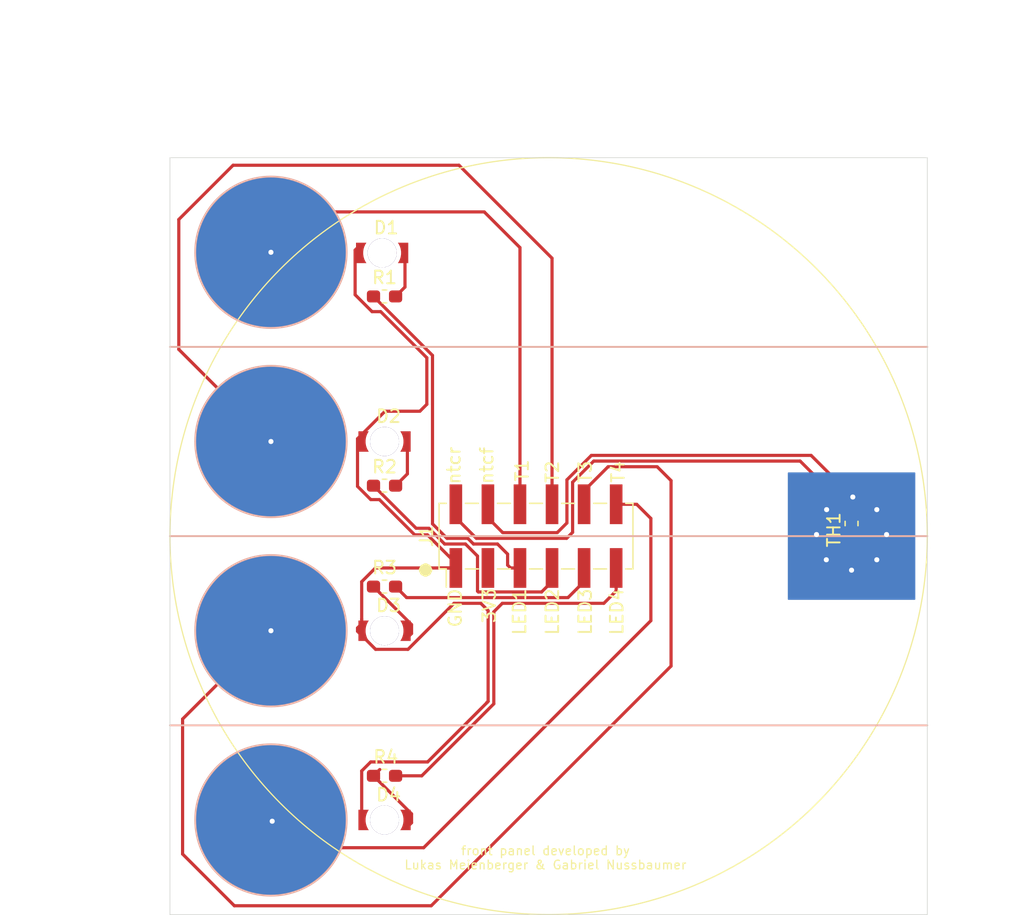
<source format=kicad_pcb>
(kicad_pcb (version 20171130) (host pcbnew "(5.1.4)-1")

  (general
    (thickness 1.6)
    (drawings 43)
    (tracks 165)
    (zones 0)
    (modules 14)
    (nets 17)
  )

  (page A4)
  (layers
    (0 F.Cu signal)
    (31 B.Cu signal)
    (32 B.Adhes user)
    (33 F.Adhes user)
    (34 B.Paste user)
    (35 F.Paste user)
    (36 B.SilkS user)
    (37 F.SilkS user)
    (38 B.Mask user)
    (39 F.Mask user)
    (40 Dwgs.User user)
    (41 Cmts.User user)
    (42 Eco1.User user)
    (43 Eco2.User user)
    (44 Edge.Cuts user)
    (45 Margin user)
    (46 B.CrtYd user)
    (47 F.CrtYd user)
    (48 B.Fab user)
    (49 F.Fab user)
  )

  (setup
    (last_trace_width 0.25)
    (trace_clearance 0.2)
    (zone_clearance 0.508)
    (zone_45_only no)
    (trace_min 0.2)
    (via_size 0.8)
    (via_drill 0.4)
    (via_min_size 0.4)
    (via_min_drill 0.3)
    (uvia_size 0.3)
    (uvia_drill 0.1)
    (uvias_allowed no)
    (uvia_min_size 0.2)
    (uvia_min_drill 0.1)
    (edge_width 0.05)
    (segment_width 0.2)
    (pcb_text_width 0.3)
    (pcb_text_size 1.5 1.5)
    (mod_edge_width 0.12)
    (mod_text_size 1 1)
    (mod_text_width 0.15)
    (pad_size 1.524 1.524)
    (pad_drill 0.762)
    (pad_to_mask_clearance 0.051)
    (solder_mask_min_width 0.25)
    (aux_axis_origin 0 0)
    (visible_elements 7FFFFFFF)
    (pcbplotparams
      (layerselection 0x010fc_ffffffff)
      (usegerberextensions false)
      (usegerberattributes false)
      (usegerberadvancedattributes false)
      (creategerberjobfile false)
      (excludeedgelayer true)
      (linewidth 0.100000)
      (plotframeref false)
      (viasonmask false)
      (mode 1)
      (useauxorigin false)
      (hpglpennumber 1)
      (hpglpenspeed 20)
      (hpglpendiameter 15.000000)
      (psnegative false)
      (psa4output false)
      (plotreference true)
      (plotvalue true)
      (plotinvisibletext false)
      (padsonsilk false)
      (subtractmaskfromsilk true)
      (outputformat 1)
      (mirror false)
      (drillshape 0)
      (scaleselection 1)
      (outputdirectory ""))
  )

  (net 0 "")
  (net 1 "Net-(D1-Pad2)")
  (net 2 GND)
  (net 3 "Net-(D2-Pad2)")
  (net 4 "Net-(D3-Pad2)")
  (net 5 "Net-(D4-Pad2)")
  (net 6 +3V3)
  (net 7 touch4)
  (net 8 LED4)
  (net 9 touch3)
  (net 10 LED3)
  (net 11 touch2)
  (net 12 LED2)
  (net 13 touch1)
  (net 14 LED1)
  (net 15 ntcr)
  (net 16 ntcf)

  (net_class Default "Dies ist die voreingestellte Netzklasse."
    (clearance 0.2)
    (trace_width 0.25)
    (via_dia 0.8)
    (via_drill 0.4)
    (uvia_dia 0.3)
    (uvia_drill 0.1)
    (add_net +3V3)
    (add_net GND)
    (add_net LED1)
    (add_net LED2)
    (add_net LED3)
    (add_net LED4)
    (add_net "Net-(D1-Pad2)")
    (add_net "Net-(D2-Pad2)")
    (add_net "Net-(D3-Pad2)")
    (add_net "Net-(D4-Pad2)")
    (add_net ntcf)
    (add_net ntcr)
    (add_net touch1)
    (add_net touch2)
    (add_net touch3)
    (add_net touch4)
  )

  (module reverse_LED:reverse_mounted_LED_hole_2.3mm (layer F.Cu) (tedit 5E95D0C5) (tstamp 5E972593)
    (at 126.81 52.55)
    (path /5E8764B5)
    (fp_text reference D1 (at 0.32 -2) (layer F.SilkS)
      (effects (font (size 1 1) (thickness 0.15)))
    )
    (fp_text value 156120RS75000 (at 0.01 -3.56) (layer F.Fab)
      (effects (font (size 1 1) (thickness 0.15)))
    )
    (pad 0 thru_hole circle (at 0 0) (size 2.3 2.3) (drill 2.3) (layers *.Cu *.Mask))
    (pad 2 smd custom (at 1.81 0.55) (size 0.5 0.5) (layers F.Cu F.Paste F.Mask)
      (net 1 "Net-(D1-Pad2)") (zone_connect 0)
      (options (clearance outline) (anchor rect))
      (primitives
        (gr_line (start -0.15 -0.8) (end -0.3 -0.95) (width 0.12))
        (gr_line (start -0.15 -0.55) (end -0.3 -0.8) (width 0.05))
        (gr_line (start 0.25 -1.35) (end 0.25 0.25) (width 0.02))
        (gr_poly (pts
           (xy -0.46 -1.23) (xy -0.38 -1.01) (xy -0.32 -0.83) (xy -0.27 -0.73) (xy -0.03 -1.07)
           (xy -0.46 -1.22)) (width 0))
        (gr_line (start -0.45 0.2) (end -0.35 0) (width 0.12))
        (gr_line (start -0.15 -1.3) (end 0.15 -1.3) (width 0.12))
        (gr_line (start -0.2 -0.75) (end -0.25 -0.55) (width 0.12))
        (gr_arc (start -1.7 -0.55) (end -0.55 -1.35) (angle 69.7) (width 0.02))
        (gr_line (start -0.3 -1.05) (end -0.3 -1.2) (width 0.12))
        (gr_line (start -0.4 -1.3) (end -0.3 -1) (width 0.12))
        (gr_line (start -0.25 -0.75) (end -0.25 -0.45) (width 0.12))
        (gr_line (start -0.35 0) (end -0.3 -0.15) (width 0.12))
        (gr_line (start -0.4 -1.2) (end -0.45 -1.3) (width 0.12))
        (gr_line (start -0.3 -1) (end -0.4 -1.25) (width 0.12))
        (gr_line (start -0.4 0.15) (end -0.1 0.1) (width 0.12))
        (gr_line (start -0.3 0) (end -0.45 0.2) (width 0.12))
        (gr_line (start -0.14 0.22) (end -0.51 0.23) (width 0.05))
        (gr_line (start -0.25 -0.45) (end -0.3 0) (width 0.12))
        (gr_line (start -0.3 -1.3) (end -0.1 -1.3) (width 0.12))
        (gr_line (start -0.25 -0.55) (end -0.25 -0.75) (width 0.12))
        (gr_line (start -0.3 -0.95) (end -0.15 -0.55) (width 0.12))
        (gr_line (start -0.51 -1.33) (end -0.45 -1.3) (width 0.05))
        (gr_poly (pts
           (xy 0.25 -1.35) (xy 0.25 0.25) (xy -0.4 0.25) (xy -0.2 -0.85) (xy -0.45 -1.3)
           (xy -0.45 -1.35) (xy -0.45 -1.3)) (width 0))
        (gr_line (start -0.35 0.15) (end -0.4 0.15) (width 0.12))
        (gr_line (start -0.3 -0.05) (end -0.35 0.15) (width 0.12))
        (gr_line (start -0.45 -1.3) (end -0.3 -1.3) (width 0.12))
        (gr_line (start -0.55 -1.35) (end 0.25 -1.35) (width 0.02))
        (gr_line (start -0.1 0.1) (end -0.25 0) (width 0.12))
        (gr_line (start -0.55 0.25) (end 0.25 0.25) (width 0.02))
        (gr_poly (pts
           (xy -0.35 -0.94) (xy -0.31 -0.77) (xy -0.27 -0.47)) (width 0))
        (gr_poly (pts
           (xy -0.5 -1.3) (xy -0.43 -1.14) (xy -0.34 -1.21)) (width 0))
        (gr_poly (pts
           (xy -0.39 -1.03) (xy -0.335 -0.92) (xy -0.305 -0.8) (xy -0.31 -0.78) (xy -0.32 -0.78)
           (xy -0.32 -0.77) (xy -0.31 -0.76)) (width 0))
      ))
    (pad 1 smd custom (at -1.81 -0.55 180) (size 0.5 0.5) (layers F.Cu F.Paste F.Mask)
      (net 2 GND) (zone_connect 0)
      (options (clearance outline) (anchor rect))
      (primitives
        (gr_line (start -0.15 -0.8) (end -0.3 -0.95) (width 0.12))
        (gr_line (start -0.15 -0.55) (end -0.3 -0.8) (width 0.05))
        (gr_line (start 0.25 -1.35) (end 0.25 0.25) (width 0.02))
        (gr_poly (pts
           (xy -0.46 -1.23) (xy -0.38 -1.01) (xy -0.32 -0.83) (xy -0.27 -0.73) (xy -0.03 -1.07)
           (xy -0.46 -1.22)) (width 0))
        (gr_line (start -0.45 0.2) (end -0.35 0) (width 0.12))
        (gr_line (start -0.15 -1.3) (end 0.15 -1.3) (width 0.12))
        (gr_line (start -0.2 -0.75) (end -0.25 -0.55) (width 0.12))
        (gr_arc (start -1.7 -0.55) (end -0.55 -1.35) (angle 69.7) (width 0.02))
        (gr_line (start -0.3 -1.05) (end -0.3 -1.2) (width 0.12))
        (gr_line (start -0.4 -1.3) (end -0.3 -1) (width 0.12))
        (gr_line (start -0.25 -0.75) (end -0.25 -0.45) (width 0.12))
        (gr_line (start -0.35 0) (end -0.3 -0.15) (width 0.12))
        (gr_line (start -0.4 -1.2) (end -0.45 -1.3) (width 0.12))
        (gr_line (start -0.3 -1) (end -0.4 -1.25) (width 0.12))
        (gr_line (start -0.4 0.15) (end -0.1 0.1) (width 0.12))
        (gr_line (start -0.3 0) (end -0.45 0.2) (width 0.12))
        (gr_line (start -0.14 0.22) (end -0.51 0.23) (width 0.05))
        (gr_line (start -0.25 -0.45) (end -0.3 0) (width 0.12))
        (gr_line (start -0.3 -1.3) (end -0.1 -1.3) (width 0.12))
        (gr_line (start -0.25 -0.55) (end -0.25 -0.75) (width 0.12))
        (gr_line (start -0.3 -0.95) (end -0.15 -0.55) (width 0.12))
        (gr_line (start -0.51 -1.33) (end -0.45 -1.3) (width 0.05))
        (gr_poly (pts
           (xy 0.25 -1.35) (xy 0.25 0.25) (xy -0.4 0.25) (xy -0.2 -0.85) (xy -0.45 -1.3)
           (xy -0.45 -1.35) (xy -0.45 -1.3)) (width 0))
        (gr_line (start -0.35 0.15) (end -0.4 0.15) (width 0.12))
        (gr_line (start -0.3 -0.05) (end -0.35 0.15) (width 0.12))
        (gr_line (start -0.45 -1.3) (end -0.3 -1.3) (width 0.12))
        (gr_line (start -0.55 -1.35) (end 0.25 -1.35) (width 0.02))
        (gr_line (start -0.1 0.1) (end -0.25 0) (width 0.12))
        (gr_line (start -0.55 0.25) (end 0.25 0.25) (width 0.02))
        (gr_poly (pts
           (xy -0.35 -0.94) (xy -0.31 -0.77) (xy -0.27 -0.47)) (width 0))
        (gr_poly (pts
           (xy -0.5 -1.3) (xy -0.43 -1.14) (xy -0.34 -1.21)) (width 0))
        (gr_poly (pts
           (xy -0.39 -1.03) (xy -0.335 -0.92) (xy -0.305 -0.8) (xy -0.31 -0.78) (xy -0.32 -0.78)
           (xy -0.32 -0.77) (xy -0.31 -0.76)) (width 0))
      ))
  )

  (module reverse_LED:reverse_mounted_LED_hole_2.3mm (layer F.Cu) (tedit 5E95D0C5) (tstamp 5E97259A)
    (at 127 67.5)
    (path /5E877385)
    (fp_text reference D2 (at 0.32 -2) (layer F.SilkS)
      (effects (font (size 1 1) (thickness 0.15)))
    )
    (fp_text value 156120RS75000 (at 0.01 -3.56) (layer F.Fab)
      (effects (font (size 1 1) (thickness 0.15)))
    )
    (pad 1 smd custom (at -1.81 -0.55 180) (size 0.5 0.5) (layers F.Cu F.Paste F.Mask)
      (net 2 GND) (zone_connect 0)
      (options (clearance outline) (anchor rect))
      (primitives
        (gr_line (start -0.15 -0.8) (end -0.3 -0.95) (width 0.12))
        (gr_line (start -0.15 -0.55) (end -0.3 -0.8) (width 0.05))
        (gr_line (start 0.25 -1.35) (end 0.25 0.25) (width 0.02))
        (gr_poly (pts
           (xy -0.46 -1.23) (xy -0.38 -1.01) (xy -0.32 -0.83) (xy -0.27 -0.73) (xy -0.03 -1.07)
           (xy -0.46 -1.22)) (width 0))
        (gr_line (start -0.45 0.2) (end -0.35 0) (width 0.12))
        (gr_line (start -0.15 -1.3) (end 0.15 -1.3) (width 0.12))
        (gr_line (start -0.2 -0.75) (end -0.25 -0.55) (width 0.12))
        (gr_arc (start -1.7 -0.55) (end -0.55 -1.35) (angle 69.7) (width 0.02))
        (gr_line (start -0.3 -1.05) (end -0.3 -1.2) (width 0.12))
        (gr_line (start -0.4 -1.3) (end -0.3 -1) (width 0.12))
        (gr_line (start -0.25 -0.75) (end -0.25 -0.45) (width 0.12))
        (gr_line (start -0.35 0) (end -0.3 -0.15) (width 0.12))
        (gr_line (start -0.4 -1.2) (end -0.45 -1.3) (width 0.12))
        (gr_line (start -0.3 -1) (end -0.4 -1.25) (width 0.12))
        (gr_line (start -0.4 0.15) (end -0.1 0.1) (width 0.12))
        (gr_line (start -0.3 0) (end -0.45 0.2) (width 0.12))
        (gr_line (start -0.14 0.22) (end -0.51 0.23) (width 0.05))
        (gr_line (start -0.25 -0.45) (end -0.3 0) (width 0.12))
        (gr_line (start -0.3 -1.3) (end -0.1 -1.3) (width 0.12))
        (gr_line (start -0.25 -0.55) (end -0.25 -0.75) (width 0.12))
        (gr_line (start -0.3 -0.95) (end -0.15 -0.55) (width 0.12))
        (gr_line (start -0.51 -1.33) (end -0.45 -1.3) (width 0.05))
        (gr_poly (pts
           (xy 0.25 -1.35) (xy 0.25 0.25) (xy -0.4 0.25) (xy -0.2 -0.85) (xy -0.45 -1.3)
           (xy -0.45 -1.35) (xy -0.45 -1.3)) (width 0))
        (gr_line (start -0.35 0.15) (end -0.4 0.15) (width 0.12))
        (gr_line (start -0.3 -0.05) (end -0.35 0.15) (width 0.12))
        (gr_line (start -0.45 -1.3) (end -0.3 -1.3) (width 0.12))
        (gr_line (start -0.55 -1.35) (end 0.25 -1.35) (width 0.02))
        (gr_line (start -0.1 0.1) (end -0.25 0) (width 0.12))
        (gr_line (start -0.55 0.25) (end 0.25 0.25) (width 0.02))
        (gr_poly (pts
           (xy -0.35 -0.94) (xy -0.31 -0.77) (xy -0.27 -0.47)) (width 0))
        (gr_poly (pts
           (xy -0.5 -1.3) (xy -0.43 -1.14) (xy -0.34 -1.21)) (width 0))
        (gr_poly (pts
           (xy -0.39 -1.03) (xy -0.335 -0.92) (xy -0.305 -0.8) (xy -0.31 -0.78) (xy -0.32 -0.78)
           (xy -0.32 -0.77) (xy -0.31 -0.76)) (width 0))
      ))
    (pad 2 smd custom (at 1.81 0.55) (size 0.5 0.5) (layers F.Cu F.Paste F.Mask)
      (net 3 "Net-(D2-Pad2)") (zone_connect 0)
      (options (clearance outline) (anchor rect))
      (primitives
        (gr_line (start -0.15 -0.8) (end -0.3 -0.95) (width 0.12))
        (gr_line (start -0.15 -0.55) (end -0.3 -0.8) (width 0.05))
        (gr_line (start 0.25 -1.35) (end 0.25 0.25) (width 0.02))
        (gr_poly (pts
           (xy -0.46 -1.23) (xy -0.38 -1.01) (xy -0.32 -0.83) (xy -0.27 -0.73) (xy -0.03 -1.07)
           (xy -0.46 -1.22)) (width 0))
        (gr_line (start -0.45 0.2) (end -0.35 0) (width 0.12))
        (gr_line (start -0.15 -1.3) (end 0.15 -1.3) (width 0.12))
        (gr_line (start -0.2 -0.75) (end -0.25 -0.55) (width 0.12))
        (gr_arc (start -1.7 -0.55) (end -0.55 -1.35) (angle 69.7) (width 0.02))
        (gr_line (start -0.3 -1.05) (end -0.3 -1.2) (width 0.12))
        (gr_line (start -0.4 -1.3) (end -0.3 -1) (width 0.12))
        (gr_line (start -0.25 -0.75) (end -0.25 -0.45) (width 0.12))
        (gr_line (start -0.35 0) (end -0.3 -0.15) (width 0.12))
        (gr_line (start -0.4 -1.2) (end -0.45 -1.3) (width 0.12))
        (gr_line (start -0.3 -1) (end -0.4 -1.25) (width 0.12))
        (gr_line (start -0.4 0.15) (end -0.1 0.1) (width 0.12))
        (gr_line (start -0.3 0) (end -0.45 0.2) (width 0.12))
        (gr_line (start -0.14 0.22) (end -0.51 0.23) (width 0.05))
        (gr_line (start -0.25 -0.45) (end -0.3 0) (width 0.12))
        (gr_line (start -0.3 -1.3) (end -0.1 -1.3) (width 0.12))
        (gr_line (start -0.25 -0.55) (end -0.25 -0.75) (width 0.12))
        (gr_line (start -0.3 -0.95) (end -0.15 -0.55) (width 0.12))
        (gr_line (start -0.51 -1.33) (end -0.45 -1.3) (width 0.05))
        (gr_poly (pts
           (xy 0.25 -1.35) (xy 0.25 0.25) (xy -0.4 0.25) (xy -0.2 -0.85) (xy -0.45 -1.3)
           (xy -0.45 -1.35) (xy -0.45 -1.3)) (width 0))
        (gr_line (start -0.35 0.15) (end -0.4 0.15) (width 0.12))
        (gr_line (start -0.3 -0.05) (end -0.35 0.15) (width 0.12))
        (gr_line (start -0.45 -1.3) (end -0.3 -1.3) (width 0.12))
        (gr_line (start -0.55 -1.35) (end 0.25 -1.35) (width 0.02))
        (gr_line (start -0.1 0.1) (end -0.25 0) (width 0.12))
        (gr_line (start -0.55 0.25) (end 0.25 0.25) (width 0.02))
        (gr_poly (pts
           (xy -0.35 -0.94) (xy -0.31 -0.77) (xy -0.27 -0.47)) (width 0))
        (gr_poly (pts
           (xy -0.5 -1.3) (xy -0.43 -1.14) (xy -0.34 -1.21)) (width 0))
        (gr_poly (pts
           (xy -0.39 -1.03) (xy -0.335 -0.92) (xy -0.305 -0.8) (xy -0.31 -0.78) (xy -0.32 -0.78)
           (xy -0.32 -0.77) (xy -0.31 -0.76)) (width 0))
      ))
    (pad 0 thru_hole circle (at 0 0) (size 2.3 2.3) (drill 2.3) (layers *.Cu *.Mask))
  )

  (module reverse_LED:reverse_mounted_LED_hole_2.3mm (layer F.Cu) (tedit 5E95D0C5) (tstamp 5E9725A1)
    (at 127 82.5)
    (path /5E877646)
    (fp_text reference D3 (at 0.32 -2) (layer F.SilkS)
      (effects (font (size 1 1) (thickness 0.15)))
    )
    (fp_text value 156120RS75000 (at 0.01 -3.56) (layer F.Fab)
      (effects (font (size 1 1) (thickness 0.15)))
    )
    (pad 0 thru_hole circle (at 0 0) (size 2.3 2.3) (drill 2.3) (layers *.Cu *.Mask))
    (pad 2 smd custom (at 1.81 0.55) (size 0.5 0.5) (layers F.Cu F.Paste F.Mask)
      (net 4 "Net-(D3-Pad2)") (zone_connect 0)
      (options (clearance outline) (anchor rect))
      (primitives
        (gr_line (start -0.15 -0.8) (end -0.3 -0.95) (width 0.12))
        (gr_line (start -0.15 -0.55) (end -0.3 -0.8) (width 0.05))
        (gr_line (start 0.25 -1.35) (end 0.25 0.25) (width 0.02))
        (gr_poly (pts
           (xy -0.46 -1.23) (xy -0.38 -1.01) (xy -0.32 -0.83) (xy -0.27 -0.73) (xy -0.03 -1.07)
           (xy -0.46 -1.22)) (width 0))
        (gr_line (start -0.45 0.2) (end -0.35 0) (width 0.12))
        (gr_line (start -0.15 -1.3) (end 0.15 -1.3) (width 0.12))
        (gr_line (start -0.2 -0.75) (end -0.25 -0.55) (width 0.12))
        (gr_arc (start -1.7 -0.55) (end -0.55 -1.35) (angle 69.7) (width 0.02))
        (gr_line (start -0.3 -1.05) (end -0.3 -1.2) (width 0.12))
        (gr_line (start -0.4 -1.3) (end -0.3 -1) (width 0.12))
        (gr_line (start -0.25 -0.75) (end -0.25 -0.45) (width 0.12))
        (gr_line (start -0.35 0) (end -0.3 -0.15) (width 0.12))
        (gr_line (start -0.4 -1.2) (end -0.45 -1.3) (width 0.12))
        (gr_line (start -0.3 -1) (end -0.4 -1.25) (width 0.12))
        (gr_line (start -0.4 0.15) (end -0.1 0.1) (width 0.12))
        (gr_line (start -0.3 0) (end -0.45 0.2) (width 0.12))
        (gr_line (start -0.14 0.22) (end -0.51 0.23) (width 0.05))
        (gr_line (start -0.25 -0.45) (end -0.3 0) (width 0.12))
        (gr_line (start -0.3 -1.3) (end -0.1 -1.3) (width 0.12))
        (gr_line (start -0.25 -0.55) (end -0.25 -0.75) (width 0.12))
        (gr_line (start -0.3 -0.95) (end -0.15 -0.55) (width 0.12))
        (gr_line (start -0.51 -1.33) (end -0.45 -1.3) (width 0.05))
        (gr_poly (pts
           (xy 0.25 -1.35) (xy 0.25 0.25) (xy -0.4 0.25) (xy -0.2 -0.85) (xy -0.45 -1.3)
           (xy -0.45 -1.35) (xy -0.45 -1.3)) (width 0))
        (gr_line (start -0.35 0.15) (end -0.4 0.15) (width 0.12))
        (gr_line (start -0.3 -0.05) (end -0.35 0.15) (width 0.12))
        (gr_line (start -0.45 -1.3) (end -0.3 -1.3) (width 0.12))
        (gr_line (start -0.55 -1.35) (end 0.25 -1.35) (width 0.02))
        (gr_line (start -0.1 0.1) (end -0.25 0) (width 0.12))
        (gr_line (start -0.55 0.25) (end 0.25 0.25) (width 0.02))
        (gr_poly (pts
           (xy -0.35 -0.94) (xy -0.31 -0.77) (xy -0.27 -0.47)) (width 0))
        (gr_poly (pts
           (xy -0.5 -1.3) (xy -0.43 -1.14) (xy -0.34 -1.21)) (width 0))
        (gr_poly (pts
           (xy -0.39 -1.03) (xy -0.335 -0.92) (xy -0.305 -0.8) (xy -0.31 -0.78) (xy -0.32 -0.78)
           (xy -0.32 -0.77) (xy -0.31 -0.76)) (width 0))
      ))
    (pad 1 smd custom (at -1.81 -0.55 180) (size 0.5 0.5) (layers F.Cu F.Paste F.Mask)
      (net 2 GND) (zone_connect 0)
      (options (clearance outline) (anchor rect))
      (primitives
        (gr_line (start -0.15 -0.8) (end -0.3 -0.95) (width 0.12))
        (gr_line (start -0.15 -0.55) (end -0.3 -0.8) (width 0.05))
        (gr_line (start 0.25 -1.35) (end 0.25 0.25) (width 0.02))
        (gr_poly (pts
           (xy -0.46 -1.23) (xy -0.38 -1.01) (xy -0.32 -0.83) (xy -0.27 -0.73) (xy -0.03 -1.07)
           (xy -0.46 -1.22)) (width 0))
        (gr_line (start -0.45 0.2) (end -0.35 0) (width 0.12))
        (gr_line (start -0.15 -1.3) (end 0.15 -1.3) (width 0.12))
        (gr_line (start -0.2 -0.75) (end -0.25 -0.55) (width 0.12))
        (gr_arc (start -1.7 -0.55) (end -0.55 -1.35) (angle 69.7) (width 0.02))
        (gr_line (start -0.3 -1.05) (end -0.3 -1.2) (width 0.12))
        (gr_line (start -0.4 -1.3) (end -0.3 -1) (width 0.12))
        (gr_line (start -0.25 -0.75) (end -0.25 -0.45) (width 0.12))
        (gr_line (start -0.35 0) (end -0.3 -0.15) (width 0.12))
        (gr_line (start -0.4 -1.2) (end -0.45 -1.3) (width 0.12))
        (gr_line (start -0.3 -1) (end -0.4 -1.25) (width 0.12))
        (gr_line (start -0.4 0.15) (end -0.1 0.1) (width 0.12))
        (gr_line (start -0.3 0) (end -0.45 0.2) (width 0.12))
        (gr_line (start -0.14 0.22) (end -0.51 0.23) (width 0.05))
        (gr_line (start -0.25 -0.45) (end -0.3 0) (width 0.12))
        (gr_line (start -0.3 -1.3) (end -0.1 -1.3) (width 0.12))
        (gr_line (start -0.25 -0.55) (end -0.25 -0.75) (width 0.12))
        (gr_line (start -0.3 -0.95) (end -0.15 -0.55) (width 0.12))
        (gr_line (start -0.51 -1.33) (end -0.45 -1.3) (width 0.05))
        (gr_poly (pts
           (xy 0.25 -1.35) (xy 0.25 0.25) (xy -0.4 0.25) (xy -0.2 -0.85) (xy -0.45 -1.3)
           (xy -0.45 -1.35) (xy -0.45 -1.3)) (width 0))
        (gr_line (start -0.35 0.15) (end -0.4 0.15) (width 0.12))
        (gr_line (start -0.3 -0.05) (end -0.35 0.15) (width 0.12))
        (gr_line (start -0.45 -1.3) (end -0.3 -1.3) (width 0.12))
        (gr_line (start -0.55 -1.35) (end 0.25 -1.35) (width 0.02))
        (gr_line (start -0.1 0.1) (end -0.25 0) (width 0.12))
        (gr_line (start -0.55 0.25) (end 0.25 0.25) (width 0.02))
        (gr_poly (pts
           (xy -0.35 -0.94) (xy -0.31 -0.77) (xy -0.27 -0.47)) (width 0))
        (gr_poly (pts
           (xy -0.5 -1.3) (xy -0.43 -1.14) (xy -0.34 -1.21)) (width 0))
        (gr_poly (pts
           (xy -0.39 -1.03) (xy -0.335 -0.92) (xy -0.305 -0.8) (xy -0.31 -0.78) (xy -0.32 -0.78)
           (xy -0.32 -0.77) (xy -0.31 -0.76)) (width 0))
      ))
  )

  (module reverse_LED:reverse_mounted_LED_hole_2.3mm (layer F.Cu) (tedit 5E95D0C5) (tstamp 5E9725A8)
    (at 127 97.5)
    (path /5E87798E)
    (fp_text reference D4 (at 0.32 -2) (layer F.SilkS)
      (effects (font (size 1 1) (thickness 0.15)))
    )
    (fp_text value 156120RS75000 (at 0.01 -3.56) (layer F.Fab)
      (effects (font (size 1 1) (thickness 0.15)))
    )
    (pad 1 smd custom (at -1.81 -0.55 180) (size 0.5 0.5) (layers F.Cu F.Paste F.Mask)
      (net 2 GND) (zone_connect 0)
      (options (clearance outline) (anchor rect))
      (primitives
        (gr_line (start -0.15 -0.8) (end -0.3 -0.95) (width 0.12))
        (gr_line (start -0.15 -0.55) (end -0.3 -0.8) (width 0.05))
        (gr_line (start 0.25 -1.35) (end 0.25 0.25) (width 0.02))
        (gr_poly (pts
           (xy -0.46 -1.23) (xy -0.38 -1.01) (xy -0.32 -0.83) (xy -0.27 -0.73) (xy -0.03 -1.07)
           (xy -0.46 -1.22)) (width 0))
        (gr_line (start -0.45 0.2) (end -0.35 0) (width 0.12))
        (gr_line (start -0.15 -1.3) (end 0.15 -1.3) (width 0.12))
        (gr_line (start -0.2 -0.75) (end -0.25 -0.55) (width 0.12))
        (gr_arc (start -1.7 -0.55) (end -0.55 -1.35) (angle 69.7) (width 0.02))
        (gr_line (start -0.3 -1.05) (end -0.3 -1.2) (width 0.12))
        (gr_line (start -0.4 -1.3) (end -0.3 -1) (width 0.12))
        (gr_line (start -0.25 -0.75) (end -0.25 -0.45) (width 0.12))
        (gr_line (start -0.35 0) (end -0.3 -0.15) (width 0.12))
        (gr_line (start -0.4 -1.2) (end -0.45 -1.3) (width 0.12))
        (gr_line (start -0.3 -1) (end -0.4 -1.25) (width 0.12))
        (gr_line (start -0.4 0.15) (end -0.1 0.1) (width 0.12))
        (gr_line (start -0.3 0) (end -0.45 0.2) (width 0.12))
        (gr_line (start -0.14 0.22) (end -0.51 0.23) (width 0.05))
        (gr_line (start -0.25 -0.45) (end -0.3 0) (width 0.12))
        (gr_line (start -0.3 -1.3) (end -0.1 -1.3) (width 0.12))
        (gr_line (start -0.25 -0.55) (end -0.25 -0.75) (width 0.12))
        (gr_line (start -0.3 -0.95) (end -0.15 -0.55) (width 0.12))
        (gr_line (start -0.51 -1.33) (end -0.45 -1.3) (width 0.05))
        (gr_poly (pts
           (xy 0.25 -1.35) (xy 0.25 0.25) (xy -0.4 0.25) (xy -0.2 -0.85) (xy -0.45 -1.3)
           (xy -0.45 -1.35) (xy -0.45 -1.3)) (width 0))
        (gr_line (start -0.35 0.15) (end -0.4 0.15) (width 0.12))
        (gr_line (start -0.3 -0.05) (end -0.35 0.15) (width 0.12))
        (gr_line (start -0.45 -1.3) (end -0.3 -1.3) (width 0.12))
        (gr_line (start -0.55 -1.35) (end 0.25 -1.35) (width 0.02))
        (gr_line (start -0.1 0.1) (end -0.25 0) (width 0.12))
        (gr_line (start -0.55 0.25) (end 0.25 0.25) (width 0.02))
        (gr_poly (pts
           (xy -0.35 -0.94) (xy -0.31 -0.77) (xy -0.27 -0.47)) (width 0))
        (gr_poly (pts
           (xy -0.5 -1.3) (xy -0.43 -1.14) (xy -0.34 -1.21)) (width 0))
        (gr_poly (pts
           (xy -0.39 -1.03) (xy -0.335 -0.92) (xy -0.305 -0.8) (xy -0.31 -0.78) (xy -0.32 -0.78)
           (xy -0.32 -0.77) (xy -0.31 -0.76)) (width 0))
      ))
    (pad 2 smd custom (at 1.81 0.55) (size 0.5 0.5) (layers F.Cu F.Paste F.Mask)
      (net 5 "Net-(D4-Pad2)") (zone_connect 0)
      (options (clearance outline) (anchor rect))
      (primitives
        (gr_line (start -0.15 -0.8) (end -0.3 -0.95) (width 0.12))
        (gr_line (start -0.15 -0.55) (end -0.3 -0.8) (width 0.05))
        (gr_line (start 0.25 -1.35) (end 0.25 0.25) (width 0.02))
        (gr_poly (pts
           (xy -0.46 -1.23) (xy -0.38 -1.01) (xy -0.32 -0.83) (xy -0.27 -0.73) (xy -0.03 -1.07)
           (xy -0.46 -1.22)) (width 0))
        (gr_line (start -0.45 0.2) (end -0.35 0) (width 0.12))
        (gr_line (start -0.15 -1.3) (end 0.15 -1.3) (width 0.12))
        (gr_line (start -0.2 -0.75) (end -0.25 -0.55) (width 0.12))
        (gr_arc (start -1.7 -0.55) (end -0.55 -1.35) (angle 69.7) (width 0.02))
        (gr_line (start -0.3 -1.05) (end -0.3 -1.2) (width 0.12))
        (gr_line (start -0.4 -1.3) (end -0.3 -1) (width 0.12))
        (gr_line (start -0.25 -0.75) (end -0.25 -0.45) (width 0.12))
        (gr_line (start -0.35 0) (end -0.3 -0.15) (width 0.12))
        (gr_line (start -0.4 -1.2) (end -0.45 -1.3) (width 0.12))
        (gr_line (start -0.3 -1) (end -0.4 -1.25) (width 0.12))
        (gr_line (start -0.4 0.15) (end -0.1 0.1) (width 0.12))
        (gr_line (start -0.3 0) (end -0.45 0.2) (width 0.12))
        (gr_line (start -0.14 0.22) (end -0.51 0.23) (width 0.05))
        (gr_line (start -0.25 -0.45) (end -0.3 0) (width 0.12))
        (gr_line (start -0.3 -1.3) (end -0.1 -1.3) (width 0.12))
        (gr_line (start -0.25 -0.55) (end -0.25 -0.75) (width 0.12))
        (gr_line (start -0.3 -0.95) (end -0.15 -0.55) (width 0.12))
        (gr_line (start -0.51 -1.33) (end -0.45 -1.3) (width 0.05))
        (gr_poly (pts
           (xy 0.25 -1.35) (xy 0.25 0.25) (xy -0.4 0.25) (xy -0.2 -0.85) (xy -0.45 -1.3)
           (xy -0.45 -1.35) (xy -0.45 -1.3)) (width 0))
        (gr_line (start -0.35 0.15) (end -0.4 0.15) (width 0.12))
        (gr_line (start -0.3 -0.05) (end -0.35 0.15) (width 0.12))
        (gr_line (start -0.45 -1.3) (end -0.3 -1.3) (width 0.12))
        (gr_line (start -0.55 -1.35) (end 0.25 -1.35) (width 0.02))
        (gr_line (start -0.1 0.1) (end -0.25 0) (width 0.12))
        (gr_line (start -0.55 0.25) (end 0.25 0.25) (width 0.02))
        (gr_poly (pts
           (xy -0.35 -0.94) (xy -0.31 -0.77) (xy -0.27 -0.47)) (width 0))
        (gr_poly (pts
           (xy -0.5 -1.3) (xy -0.43 -1.14) (xy -0.34 -1.21)) (width 0))
        (gr_poly (pts
           (xy -0.39 -1.03) (xy -0.335 -0.92) (xy -0.305 -0.8) (xy -0.31 -0.78) (xy -0.32 -0.78)
           (xy -0.32 -0.77) (xy -0.31 -0.76)) (width 0))
      ))
    (pad 0 thru_hole circle (at 0 0) (size 2.3 2.3) (drill 2.3) (layers *.Cu *.Mask))
  )

  (module Connector_PinHeader_2.54mm:PinHeader_2x06_P2.54mm_Vertical_SMD (layer F.Cu) (tedit 59FED5CC) (tstamp 5E9725F7)
    (at 139 75 90)
    (descr "surface-mounted straight pin header, 2x06, 2.54mm pitch, double rows")
    (tags "Surface mounted pin header SMD 2x06 2.54mm double row")
    (path /5E96E803)
    (attr smd)
    (fp_text reference J1 (at 0 -8.68 90) (layer F.SilkS)
      (effects (font (size 1 1) (thickness 0.15)))
    )
    (fp_text value 61000621121 (at 0 8.68 90) (layer F.Fab)
      (effects (font (size 1 1) (thickness 0.15)))
    )
    (fp_line (start 2.54 7.62) (end -2.54 7.62) (layer F.Fab) (width 0.1))
    (fp_line (start -1.59 -7.62) (end 2.54 -7.62) (layer F.Fab) (width 0.1))
    (fp_line (start -2.54 7.62) (end -2.54 -6.67) (layer F.Fab) (width 0.1))
    (fp_line (start -2.54 -6.67) (end -1.59 -7.62) (layer F.Fab) (width 0.1))
    (fp_line (start 2.54 -7.62) (end 2.54 7.62) (layer F.Fab) (width 0.1))
    (fp_line (start -2.54 -6.67) (end -3.6 -6.67) (layer F.Fab) (width 0.1))
    (fp_line (start -3.6 -6.67) (end -3.6 -6.03) (layer F.Fab) (width 0.1))
    (fp_line (start -3.6 -6.03) (end -2.54 -6.03) (layer F.Fab) (width 0.1))
    (fp_line (start 2.54 -6.67) (end 3.6 -6.67) (layer F.Fab) (width 0.1))
    (fp_line (start 3.6 -6.67) (end 3.6 -6.03) (layer F.Fab) (width 0.1))
    (fp_line (start 3.6 -6.03) (end 2.54 -6.03) (layer F.Fab) (width 0.1))
    (fp_line (start -2.54 -4.13) (end -3.6 -4.13) (layer F.Fab) (width 0.1))
    (fp_line (start -3.6 -4.13) (end -3.6 -3.49) (layer F.Fab) (width 0.1))
    (fp_line (start -3.6 -3.49) (end -2.54 -3.49) (layer F.Fab) (width 0.1))
    (fp_line (start 2.54 -4.13) (end 3.6 -4.13) (layer F.Fab) (width 0.1))
    (fp_line (start 3.6 -4.13) (end 3.6 -3.49) (layer F.Fab) (width 0.1))
    (fp_line (start 3.6 -3.49) (end 2.54 -3.49) (layer F.Fab) (width 0.1))
    (fp_line (start -2.54 -1.59) (end -3.6 -1.59) (layer F.Fab) (width 0.1))
    (fp_line (start -3.6 -1.59) (end -3.6 -0.95) (layer F.Fab) (width 0.1))
    (fp_line (start -3.6 -0.95) (end -2.54 -0.95) (layer F.Fab) (width 0.1))
    (fp_line (start 2.54 -1.59) (end 3.6 -1.59) (layer F.Fab) (width 0.1))
    (fp_line (start 3.6 -1.59) (end 3.6 -0.95) (layer F.Fab) (width 0.1))
    (fp_line (start 3.6 -0.95) (end 2.54 -0.95) (layer F.Fab) (width 0.1))
    (fp_line (start -2.54 0.95) (end -3.6 0.95) (layer F.Fab) (width 0.1))
    (fp_line (start -3.6 0.95) (end -3.6 1.59) (layer F.Fab) (width 0.1))
    (fp_line (start -3.6 1.59) (end -2.54 1.59) (layer F.Fab) (width 0.1))
    (fp_line (start 2.54 0.95) (end 3.6 0.95) (layer F.Fab) (width 0.1))
    (fp_line (start 3.6 0.95) (end 3.6 1.59) (layer F.Fab) (width 0.1))
    (fp_line (start 3.6 1.59) (end 2.54 1.59) (layer F.Fab) (width 0.1))
    (fp_line (start -2.54 3.49) (end -3.6 3.49) (layer F.Fab) (width 0.1))
    (fp_line (start -3.6 3.49) (end -3.6 4.13) (layer F.Fab) (width 0.1))
    (fp_line (start -3.6 4.13) (end -2.54 4.13) (layer F.Fab) (width 0.1))
    (fp_line (start 2.54 3.49) (end 3.6 3.49) (layer F.Fab) (width 0.1))
    (fp_line (start 3.6 3.49) (end 3.6 4.13) (layer F.Fab) (width 0.1))
    (fp_line (start 3.6 4.13) (end 2.54 4.13) (layer F.Fab) (width 0.1))
    (fp_line (start -2.54 6.03) (end -3.6 6.03) (layer F.Fab) (width 0.1))
    (fp_line (start -3.6 6.03) (end -3.6 6.67) (layer F.Fab) (width 0.1))
    (fp_line (start -3.6 6.67) (end -2.54 6.67) (layer F.Fab) (width 0.1))
    (fp_line (start 2.54 6.03) (end 3.6 6.03) (layer F.Fab) (width 0.1))
    (fp_line (start 3.6 6.03) (end 3.6 6.67) (layer F.Fab) (width 0.1))
    (fp_line (start 3.6 6.67) (end 2.54 6.67) (layer F.Fab) (width 0.1))
    (fp_line (start -2.6 -7.68) (end 2.6 -7.68) (layer F.SilkS) (width 0.12))
    (fp_line (start -2.6 7.68) (end 2.6 7.68) (layer F.SilkS) (width 0.12))
    (fp_line (start -4.04 -7.11) (end -2.6 -7.11) (layer F.SilkS) (width 0.12))
    (fp_line (start -2.6 -7.68) (end -2.6 -7.11) (layer F.SilkS) (width 0.12))
    (fp_line (start 2.6 -7.68) (end 2.6 -7.11) (layer F.SilkS) (width 0.12))
    (fp_line (start -2.6 7.11) (end -2.6 7.68) (layer F.SilkS) (width 0.12))
    (fp_line (start 2.6 7.11) (end 2.6 7.68) (layer F.SilkS) (width 0.12))
    (fp_line (start -2.6 -5.59) (end -2.6 -4.57) (layer F.SilkS) (width 0.12))
    (fp_line (start 2.6 -5.59) (end 2.6 -4.57) (layer F.SilkS) (width 0.12))
    (fp_line (start -2.6 -3.05) (end -2.6 -2.03) (layer F.SilkS) (width 0.12))
    (fp_line (start 2.6 -3.05) (end 2.6 -2.03) (layer F.SilkS) (width 0.12))
    (fp_line (start -2.6 -0.51) (end -2.6 0.51) (layer F.SilkS) (width 0.12))
    (fp_line (start 2.6 -0.51) (end 2.6 0.51) (layer F.SilkS) (width 0.12))
    (fp_line (start -2.6 2.03) (end -2.6 3.05) (layer F.SilkS) (width 0.12))
    (fp_line (start 2.6 2.03) (end 2.6 3.05) (layer F.SilkS) (width 0.12))
    (fp_line (start -2.6 4.57) (end -2.6 5.59) (layer F.SilkS) (width 0.12))
    (fp_line (start 2.6 4.57) (end 2.6 5.59) (layer F.SilkS) (width 0.12))
    (fp_line (start -5.9 -8.15) (end -5.9 8.15) (layer F.CrtYd) (width 0.05))
    (fp_line (start -5.9 8.15) (end 5.9 8.15) (layer F.CrtYd) (width 0.05))
    (fp_line (start 5.9 8.15) (end 5.9 -8.15) (layer F.CrtYd) (width 0.05))
    (fp_line (start 5.9 -8.15) (end -5.9 -8.15) (layer F.CrtYd) (width 0.05))
    (fp_text user %R (at 0 0) (layer F.Fab)
      (effects (font (size 1 1) (thickness 0.15)))
    )
    (pad 1 smd rect (at -2.525 -6.35 90) (size 3.15 1) (layers F.Cu F.Paste F.Mask)
      (net 2 GND))
    (pad 2 smd rect (at 2.525 -6.35 90) (size 3.15 1) (layers F.Cu F.Paste F.Mask)
      (net 15 ntcr))
    (pad 3 smd rect (at -2.525 -3.81 90) (size 3.15 1) (layers F.Cu F.Paste F.Mask)
      (net 6 +3V3))
    (pad 4 smd rect (at 2.525 -3.81 90) (size 3.15 1) (layers F.Cu F.Paste F.Mask)
      (net 16 ntcf))
    (pad 5 smd rect (at -2.525 -1.27 90) (size 3.15 1) (layers F.Cu F.Paste F.Mask)
      (net 14 LED1))
    (pad 6 smd rect (at 2.525 -1.27 90) (size 3.15 1) (layers F.Cu F.Paste F.Mask)
      (net 13 touch1))
    (pad 7 smd rect (at -2.525 1.27 90) (size 3.15 1) (layers F.Cu F.Paste F.Mask)
      (net 12 LED2))
    (pad 8 smd rect (at 2.525 1.27 90) (size 3.15 1) (layers F.Cu F.Paste F.Mask)
      (net 11 touch2))
    (pad 9 smd rect (at -2.525 3.81 90) (size 3.15 1) (layers F.Cu F.Paste F.Mask)
      (net 10 LED3))
    (pad 10 smd rect (at 2.525 3.81 90) (size 3.15 1) (layers F.Cu F.Paste F.Mask)
      (net 9 touch3))
    (pad 11 smd rect (at -2.525 6.35 90) (size 3.15 1) (layers F.Cu F.Paste F.Mask)
      (net 8 LED4))
    (pad 12 smd rect (at 2.525 6.35 90) (size 3.15 1) (layers F.Cu F.Paste F.Mask)
      (net 7 touch4))
    (model ${KISYS3DMOD}/Connector_PinHeader_2.54mm.3dshapes/PinHeader_2x06_P2.54mm_Vertical_SMD.wrl
      (at (xyz 0 0 0))
      (scale (xyz 1 1 1))
      (rotate (xyz 0 0 0))
    )
  )

  (module Resistor_SMD:R_0603_1608Metric_Pad1.05x0.95mm_HandSolder (layer F.Cu) (tedit 5B301BBD) (tstamp 5E972608)
    (at 127 56 180)
    (descr "Resistor SMD 0603 (1608 Metric), square (rectangular) end terminal, IPC_7351 nominal with elongated pad for handsoldering. (Body size source: http://www.tortai-tech.com/upload/download/2011102023233369053.pdf), generated with kicad-footprint-generator")
    (tags "resistor handsolder")
    (path /5E877C24)
    (attr smd)
    (fp_text reference R1 (at 0 1.5) (layer F.SilkS)
      (effects (font (size 1 1) (thickness 0.15)))
    )
    (fp_text value 100 (at 0 1.43) (layer F.Fab)
      (effects (font (size 1 1) (thickness 0.15)))
    )
    (fp_text user %R (at 0 0) (layer F.Fab)
      (effects (font (size 0.4 0.4) (thickness 0.06)))
    )
    (fp_line (start 1.65 0.73) (end -1.65 0.73) (layer F.CrtYd) (width 0.05))
    (fp_line (start 1.65 -0.73) (end 1.65 0.73) (layer F.CrtYd) (width 0.05))
    (fp_line (start -1.65 -0.73) (end 1.65 -0.73) (layer F.CrtYd) (width 0.05))
    (fp_line (start -1.65 0.73) (end -1.65 -0.73) (layer F.CrtYd) (width 0.05))
    (fp_line (start -0.171267 0.51) (end 0.171267 0.51) (layer F.SilkS) (width 0.12))
    (fp_line (start -0.171267 -0.51) (end 0.171267 -0.51) (layer F.SilkS) (width 0.12))
    (fp_line (start 0.8 0.4) (end -0.8 0.4) (layer F.Fab) (width 0.1))
    (fp_line (start 0.8 -0.4) (end 0.8 0.4) (layer F.Fab) (width 0.1))
    (fp_line (start -0.8 -0.4) (end 0.8 -0.4) (layer F.Fab) (width 0.1))
    (fp_line (start -0.8 0.4) (end -0.8 -0.4) (layer F.Fab) (width 0.1))
    (pad 2 smd roundrect (at 0.875 0 180) (size 1.05 0.95) (layers F.Cu F.Paste F.Mask) (roundrect_rratio 0.25)
      (net 14 LED1))
    (pad 1 smd roundrect (at -0.875 0 180) (size 1.05 0.95) (layers F.Cu F.Paste F.Mask) (roundrect_rratio 0.25)
      (net 1 "Net-(D1-Pad2)"))
    (model ${KISYS3DMOD}/Resistor_SMD.3dshapes/R_0603_1608Metric.wrl
      (at (xyz 0 0 0))
      (scale (xyz 1 1 1))
      (rotate (xyz 0 0 0))
    )
  )

  (module Resistor_SMD:R_0603_1608Metric_Pad1.05x0.95mm_HandSolder (layer F.Cu) (tedit 5B301BBD) (tstamp 5E972619)
    (at 127 71 180)
    (descr "Resistor SMD 0603 (1608 Metric), square (rectangular) end terminal, IPC_7351 nominal with elongated pad for handsoldering. (Body size source: http://www.tortai-tech.com/upload/download/2011102023233369053.pdf), generated with kicad-footprint-generator")
    (tags "resistor handsolder")
    (path /5E8791EF)
    (attr smd)
    (fp_text reference R2 (at 0 1.5) (layer F.SilkS)
      (effects (font (size 1 1) (thickness 0.15)))
    )
    (fp_text value 100 (at 0 1.43) (layer F.Fab)
      (effects (font (size 1 1) (thickness 0.15)))
    )
    (fp_text user %R (at 0 0) (layer F.Fab)
      (effects (font (size 0.4 0.4) (thickness 0.06)))
    )
    (fp_line (start 1.65 0.73) (end -1.65 0.73) (layer F.CrtYd) (width 0.05))
    (fp_line (start 1.65 -0.73) (end 1.65 0.73) (layer F.CrtYd) (width 0.05))
    (fp_line (start -1.65 -0.73) (end 1.65 -0.73) (layer F.CrtYd) (width 0.05))
    (fp_line (start -1.65 0.73) (end -1.65 -0.73) (layer F.CrtYd) (width 0.05))
    (fp_line (start -0.171267 0.51) (end 0.171267 0.51) (layer F.SilkS) (width 0.12))
    (fp_line (start -0.171267 -0.51) (end 0.171267 -0.51) (layer F.SilkS) (width 0.12))
    (fp_line (start 0.8 0.4) (end -0.8 0.4) (layer F.Fab) (width 0.1))
    (fp_line (start 0.8 -0.4) (end 0.8 0.4) (layer F.Fab) (width 0.1))
    (fp_line (start -0.8 -0.4) (end 0.8 -0.4) (layer F.Fab) (width 0.1))
    (fp_line (start -0.8 0.4) (end -0.8 -0.4) (layer F.Fab) (width 0.1))
    (pad 2 smd roundrect (at 0.875 0 180) (size 1.05 0.95) (layers F.Cu F.Paste F.Mask) (roundrect_rratio 0.25)
      (net 12 LED2))
    (pad 1 smd roundrect (at -0.875 0 180) (size 1.05 0.95) (layers F.Cu F.Paste F.Mask) (roundrect_rratio 0.25)
      (net 3 "Net-(D2-Pad2)"))
    (model ${KISYS3DMOD}/Resistor_SMD.3dshapes/R_0603_1608Metric.wrl
      (at (xyz 0 0 0))
      (scale (xyz 1 1 1))
      (rotate (xyz 0 0 0))
    )
  )

  (module Resistor_SMD:R_0603_1608Metric_Pad1.05x0.95mm_HandSolder (layer F.Cu) (tedit 5B301BBD) (tstamp 5E9728A6)
    (at 127 79)
    (descr "Resistor SMD 0603 (1608 Metric), square (rectangular) end terminal, IPC_7351 nominal with elongated pad for handsoldering. (Body size source: http://www.tortai-tech.com/upload/download/2011102023233369053.pdf), generated with kicad-footprint-generator")
    (tags "resistor handsolder")
    (path /5E878ACA)
    (attr smd)
    (fp_text reference R3 (at 0 -1.5) (layer F.SilkS)
      (effects (font (size 1 1) (thickness 0.15)))
    )
    (fp_text value 100 (at 0 1.43) (layer F.Fab)
      (effects (font (size 1 1) (thickness 0.15)))
    )
    (fp_line (start -0.8 0.4) (end -0.8 -0.4) (layer F.Fab) (width 0.1))
    (fp_line (start -0.8 -0.4) (end 0.8 -0.4) (layer F.Fab) (width 0.1))
    (fp_line (start 0.8 -0.4) (end 0.8 0.4) (layer F.Fab) (width 0.1))
    (fp_line (start 0.8 0.4) (end -0.8 0.4) (layer F.Fab) (width 0.1))
    (fp_line (start -0.171267 -0.51) (end 0.171267 -0.51) (layer F.SilkS) (width 0.12))
    (fp_line (start -0.171267 0.51) (end 0.171267 0.51) (layer F.SilkS) (width 0.12))
    (fp_line (start -1.65 0.73) (end -1.65 -0.73) (layer F.CrtYd) (width 0.05))
    (fp_line (start -1.65 -0.73) (end 1.65 -0.73) (layer F.CrtYd) (width 0.05))
    (fp_line (start 1.65 -0.73) (end 1.65 0.73) (layer F.CrtYd) (width 0.05))
    (fp_line (start 1.65 0.73) (end -1.65 0.73) (layer F.CrtYd) (width 0.05))
    (fp_text user %R (at -0.125 0) (layer F.Fab)
      (effects (font (size 0.4 0.4) (thickness 0.06)))
    )
    (pad 1 smd roundrect (at -0.875 0) (size 1.05 0.95) (layers F.Cu F.Paste F.Mask) (roundrect_rratio 0.25)
      (net 4 "Net-(D3-Pad2)"))
    (pad 2 smd roundrect (at 0.875 0) (size 1.05 0.95) (layers F.Cu F.Paste F.Mask) (roundrect_rratio 0.25)
      (net 10 LED3))
    (model ${KISYS3DMOD}/Resistor_SMD.3dshapes/R_0603_1608Metric.wrl
      (at (xyz 0 0 0))
      (scale (xyz 1 1 1))
      (rotate (xyz 0 0 0))
    )
  )

  (module Resistor_SMD:R_0603_1608Metric_Pad1.05x0.95mm_HandSolder (layer F.Cu) (tedit 5B301BBD) (tstamp 5E97263B)
    (at 127 94)
    (descr "Resistor SMD 0603 (1608 Metric), square (rectangular) end terminal, IPC_7351 nominal with elongated pad for handsoldering. (Body size source: http://www.tortai-tech.com/upload/download/2011102023233369053.pdf), generated with kicad-footprint-generator")
    (tags "resistor handsolder")
    (path /5E8797D4)
    (attr smd)
    (fp_text reference R4 (at 0.1 -1.5) (layer F.SilkS)
      (effects (font (size 1 1) (thickness 0.15)))
    )
    (fp_text value 100 (at 0 1.43) (layer F.Fab)
      (effects (font (size 1 1) (thickness 0.15)))
    )
    (fp_line (start -0.8 0.4) (end -0.8 -0.4) (layer F.Fab) (width 0.1))
    (fp_line (start -0.8 -0.4) (end 0.8 -0.4) (layer F.Fab) (width 0.1))
    (fp_line (start 0.8 -0.4) (end 0.8 0.4) (layer F.Fab) (width 0.1))
    (fp_line (start 0.8 0.4) (end -0.8 0.4) (layer F.Fab) (width 0.1))
    (fp_line (start -0.171267 -0.51) (end 0.171267 -0.51) (layer F.SilkS) (width 0.12))
    (fp_line (start -0.171267 0.51) (end 0.171267 0.51) (layer F.SilkS) (width 0.12))
    (fp_line (start -1.65 0.73) (end -1.65 -0.73) (layer F.CrtYd) (width 0.05))
    (fp_line (start -1.65 -0.73) (end 1.65 -0.73) (layer F.CrtYd) (width 0.05))
    (fp_line (start 1.65 -0.73) (end 1.65 0.73) (layer F.CrtYd) (width 0.05))
    (fp_line (start 1.65 0.73) (end -1.65 0.73) (layer F.CrtYd) (width 0.05))
    (fp_text user %R (at 0 0) (layer F.Fab)
      (effects (font (size 0.4 0.4) (thickness 0.06)))
    )
    (pad 1 smd roundrect (at -0.875 0) (size 1.05 0.95) (layers F.Cu F.Paste F.Mask) (roundrect_rratio 0.25)
      (net 5 "Net-(D4-Pad2)"))
    (pad 2 smd roundrect (at 0.875 0) (size 1.05 0.95) (layers F.Cu F.Paste F.Mask) (roundrect_rratio 0.25)
      (net 8 LED4))
    (model ${KISYS3DMOD}/Resistor_SMD.3dshapes/R_0603_1608Metric.wrl
      (at (xyz 0 0 0))
      (scale (xyz 1 1 1))
      (rotate (xyz 0 0 0))
    )
  )

  (module Resistor_SMD:R_0603_1608Metric_Pad1.05x0.95mm_HandSolder (layer F.Cu) (tedit 5B301BBD) (tstamp 5E97264C)
    (at 164 74 90)
    (descr "Resistor SMD 0603 (1608 Metric), square (rectangular) end terminal, IPC_7351 nominal with elongated pad for handsoldering. (Body size source: http://www.tortai-tech.com/upload/download/2011102023233369053.pdf), generated with kicad-footprint-generator")
    (tags "resistor handsolder")
    (path /5E871497)
    (attr smd)
    (fp_text reference TH1 (at -0.5 -1.4 90) (layer F.SilkS)
      (effects (font (size 1 1) (thickness 0.15)))
    )
    (fp_text value NCU18WF104J60RB (at 0 1.43 90) (layer F.Fab)
      (effects (font (size 1 1) (thickness 0.15)))
    )
    (fp_line (start -0.8 0.4) (end -0.8 -0.4) (layer F.Fab) (width 0.1))
    (fp_line (start -0.8 -0.4) (end 0.8 -0.4) (layer F.Fab) (width 0.1))
    (fp_line (start 0.8 -0.4) (end 0.8 0.4) (layer F.Fab) (width 0.1))
    (fp_line (start 0.8 0.4) (end -0.8 0.4) (layer F.Fab) (width 0.1))
    (fp_line (start -0.171267 -0.51) (end 0.171267 -0.51) (layer F.SilkS) (width 0.12))
    (fp_line (start -0.171267 0.51) (end 0.171267 0.51) (layer F.SilkS) (width 0.12))
    (fp_line (start -1.65 0.73) (end -1.65 -0.73) (layer F.CrtYd) (width 0.05))
    (fp_line (start -1.65 -0.73) (end 1.65 -0.73) (layer F.CrtYd) (width 0.05))
    (fp_line (start 1.65 -0.73) (end 1.65 0.73) (layer F.CrtYd) (width 0.05))
    (fp_line (start 1.65 0.73) (end -1.65 0.73) (layer F.CrtYd) (width 0.05))
    (fp_text user %R (at -0.015001 0 90) (layer F.Fab)
      (effects (font (size 0.4 0.4) (thickness 0.06)))
    )
    (pad 1 smd roundrect (at -0.875 0 90) (size 1.05 0.95) (layers F.Cu F.Paste F.Mask) (roundrect_rratio 0.25)
      (net 16 ntcf))
    (pad 2 smd roundrect (at 0.875 0 90) (size 1.05 0.95) (layers F.Cu F.Paste F.Mask) (roundrect_rratio 0.25)
      (net 15 ntcr))
    (model ${KISYS3DMOD}/Resistor_SMD.3dshapes/R_0603_1608Metric.wrl
      (at (xyz 0 0 0))
      (scale (xyz 1 1 1))
      (rotate (xyz 0 0 0))
    )
  )

  (module touch_area:touch_area (layer F.Cu) (tedit 5E9A0C6B) (tstamp 5E9A0D3C)
    (at 118 52.5)
    (path /5E9C42C8)
    (fp_text reference TA1 (at 0 -8) (layer F.SilkS) hide
      (effects (font (size 1 1) (thickness 0.15)))
    )
    (fp_text value touch_area_round_12mm (at 0 -6.7) (layer F.Fab)
      (effects (font (size 1 1) (thickness 0.15)))
    )
    (fp_circle (center 0 0) (end 3 0) (layer B.Cu) (width 6))
    (fp_circle (center 0 0) (end 6 0) (layer B.SilkS) (width 0.15))
  )

  (module touch_area:touch_area (layer F.Cu) (tedit 5E9A0C6B) (tstamp 5E9A0D2D)
    (at 118 82.5)
    (path /5E9C552F)
    (fp_text reference TA2 (at 0 -8) (layer F.SilkS) hide
      (effects (font (size 1 1) (thickness 0.15)))
    )
    (fp_text value touch_area_round_12mm (at 0 -6.7) (layer F.Fab)
      (effects (font (size 1 1) (thickness 0.15)))
    )
    (fp_circle (center 0 0) (end 6 0) (layer B.SilkS) (width 0.15))
    (fp_circle (center 0 0) (end 3 0) (layer B.Cu) (width 6))
  )

  (module touch_area:touch_area (layer F.Cu) (tedit 5E9A0C6B) (tstamp 5E9A0D1E)
    (at 118 67.5)
    (path /5E9C59ED)
    (fp_text reference TA3 (at 0 -8) (layer F.SilkS) hide
      (effects (font (size 1 1) (thickness 0.15)))
    )
    (fp_text value touch_area_round_12mm (at 0 -6.7) (layer F.Fab)
      (effects (font (size 1 1) (thickness 0.15)))
    )
    (fp_circle (center 0 0) (end 3 0) (layer B.Cu) (width 6))
    (fp_circle (center 0 0) (end 6 0) (layer B.SilkS) (width 0.15))
  )

  (module touch_area:touch_area (layer F.Cu) (tedit 5E9A0C6B) (tstamp 5E9A0DF3)
    (at 118 97.5)
    (path /5E9C5D52)
    (fp_text reference TA4 (at 0 -8) (layer F.SilkS) hide
      (effects (font (size 1 1) (thickness 0.15)))
    )
    (fp_text value touch_area_round_12mm (at 0 -6.7) (layer F.Fab)
      (effects (font (size 1 1) (thickness 0.15)))
    )
    (fp_circle (center 0 0) (end 6 0) (layer B.SilkS) (width 0.15))
    (fp_circle (center 0 0) (end 3 0) (layer B.Cu) (width 6))
  )

  (gr_text ° (at 130.25 78.5) (layer F.SilkS)
    (effects (font (size 2 2) (thickness 0.5)))
  )
  (gr_circle (center 140 75) (end 170 75) (layer F.SilkS) (width 0.1))
  (gr_text "front panel developed by\nLukas Meienberger & Gabriel Nussbaumer" (at 139.75 100.5) (layer F.SilkS)
    (effects (font (size 0.7 0.7) (thickness 0.1)))
  )
  (gr_text ntcr (at 132.5 69.4 90) (layer F.SilkS)
    (effects (font (size 1 1) (thickness 0.15)))
  )
  (gr_text ntcf (at 135.1 69.4 90) (layer F.SilkS)
    (effects (font (size 1 1) (thickness 0.15)))
  )
  (gr_text T1 (at 137.9 69.8 90) (layer F.SilkS)
    (effects (font (size 1 1) (thickness 0.15)))
  )
  (gr_text T2 (at 140.3 69.9 90) (layer F.SilkS)
    (effects (font (size 1 1) (thickness 0.15)))
  )
  (gr_text T3 (at 142.9 69.9 90) (layer F.SilkS)
    (effects (font (size 1 1) (thickness 0.15)))
  )
  (gr_text T4 (at 145.5 69.9 90) (layer F.SilkS)
    (effects (font (size 1 1) (thickness 0.15)))
  )
  (gr_text GND (at 132.6 80.7 90) (layer F.SilkS)
    (effects (font (size 1 1) (thickness 0.15)))
  )
  (gr_text 3V3 (at 135.3 80.5 90) (layer F.SilkS)
    (effects (font (size 1 1) (thickness 0.15)))
  )
  (gr_text LED4 (at 145.4 81 90) (layer F.SilkS)
    (effects (font (size 1 1) (thickness 0.15)))
  )
  (gr_text LED3 (at 142.9 81 90) (layer F.SilkS)
    (effects (font (size 1 1) (thickness 0.15)))
  )
  (gr_text LED2 (at 140.3 81 90) (layer F.SilkS)
    (effects (font (size 1 1) (thickness 0.15)))
  )
  (gr_text LED1 (at 137.7 81 90) (layer F.SilkS)
    (effects (font (size 1 1) (thickness 0.15)))
  )
  (gr_circle (center 164 74.9) (end 167.041381 74.9) (layer Dwgs.User) (width 0.12))
  (gr_circle (center 164 74.9) (end 168.951767 74.9) (layer Dwgs.User) (width 0.12))
  (gr_line (start 118 43) (end 118 102) (layer Dwgs.User) (width 0.15) (tstamp 5E976556))
  (dimension 8 (width 0.12) (layer Dwgs.User)
    (gr_text "8.000 mm" (at 114 41.73) (layer Dwgs.User)
      (effects (font (size 1 1) (thickness 0.15)))
    )
    (feature1 (pts (xy 118 44) (xy 118 42.413579)))
    (feature2 (pts (xy 110 44) (xy 110 42.413579)))
    (crossbar (pts (xy 110 43) (xy 118 43)))
    (arrow1a (pts (xy 118 43) (xy 116.873496 43.586421)))
    (arrow1b (pts (xy 118 43) (xy 116.873496 42.413579)))
    (arrow2a (pts (xy 110 43) (xy 111.126504 43.586421)))
    (arrow2b (pts (xy 110 43) (xy 111.126504 42.413579)))
  )
  (gr_poly (pts (xy 159 70) (xy 169 70) (xy 169 80) (xy 159 80)) (layer B.Cu) (width 0.1))
  (dimension 30 (width 0.15) (layer Dwgs.User)
    (gr_text "30.000 mm" (at 176.3 60 270) (layer Dwgs.User)
      (effects (font (size 1 1) (thickness 0.15)))
    )
    (feature1 (pts (xy 170 75) (xy 175.586421 75)))
    (feature2 (pts (xy 170 45) (xy 175.586421 45)))
    (crossbar (pts (xy 175 45) (xy 175 75)))
    (arrow1a (pts (xy 175 75) (xy 174.413579 73.873496)))
    (arrow1b (pts (xy 175 75) (xy 175.586421 73.873496)))
    (arrow2a (pts (xy 175 45) (xy 174.413579 46.126504)))
    (arrow2b (pts (xy 175 45) (xy 175.586421 46.126504)))
  )
  (dimension 30 (width 0.15) (layer Dwgs.User)
    (gr_text "30.000 mm" (at 125 33.2) (layer Dwgs.User)
      (effects (font (size 1 1) (thickness 0.15)))
    )
    (feature1 (pts (xy 140 45) (xy 140 33.913579)))
    (feature2 (pts (xy 110 45) (xy 110 33.913579)))
    (crossbar (pts (xy 110 34.5) (xy 140 34.5)))
    (arrow1a (pts (xy 140 34.5) (xy 138.873496 35.086421)))
    (arrow1b (pts (xy 140 34.5) (xy 138.873496 33.913579)))
    (arrow2a (pts (xy 110 34.5) (xy 111.126504 35.086421)))
    (arrow2b (pts (xy 110 34.5) (xy 111.126504 33.913579)))
  )
  (dimension 17 (width 0.15) (layer Dwgs.User)
    (gr_text "17.000 mm" (at 118.5 38.2) (layer Dwgs.User)
      (effects (font (size 1 1) (thickness 0.15)))
    )
    (feature1 (pts (xy 127 45) (xy 127 38.913579)))
    (feature2 (pts (xy 110 45) (xy 110 38.913579)))
    (crossbar (pts (xy 110 39.5) (xy 127 39.5)))
    (arrow1a (pts (xy 127 39.5) (xy 125.873496 40.086421)))
    (arrow1b (pts (xy 127 39.5) (xy 125.873496 38.913579)))
    (arrow2a (pts (xy 110 39.5) (xy 111.126504 40.086421)))
    (arrow2b (pts (xy 110 39.5) (xy 111.126504 38.913579)))
  )
  (dimension 3.5 (width 0.15) (layer Dwgs.User)
    (gr_text "3.500 mm" (at 133.3 95.75 270) (layer Dwgs.User)
      (effects (font (size 1 1) (thickness 0.15)))
    )
    (feature1 (pts (xy 110 97.5) (xy 132.586421 97.5)))
    (feature2 (pts (xy 110 94) (xy 132.586421 94)))
    (crossbar (pts (xy 132 94) (xy 132 97.5)))
    (arrow1a (pts (xy 132 97.5) (xy 131.413579 96.373496)))
    (arrow1b (pts (xy 132 97.5) (xy 132.586421 96.373496)))
    (arrow2a (pts (xy 132 94) (xy 131.413579 95.126504)))
    (arrow2b (pts (xy 132 94) (xy 132.586421 95.126504)))
  )
  (dimension 3.5 (width 0.15) (layer Dwgs.User)
    (gr_text "3.500 mm" (at 134.8 80.75 270) (layer Dwgs.User)
      (effects (font (size 1 1) (thickness 0.15)))
    )
    (feature1 (pts (xy 110 82.5) (xy 134.086421 82.5)))
    (feature2 (pts (xy 110 79) (xy 134.086421 79)))
    (crossbar (pts (xy 133.5 79) (xy 133.5 82.5)))
    (arrow1a (pts (xy 133.5 82.5) (xy 132.913579 81.373496)))
    (arrow1b (pts (xy 133.5 82.5) (xy 134.086421 81.373496)))
    (arrow2a (pts (xy 133.5 79) (xy 132.913579 80.126504)))
    (arrow2b (pts (xy 133.5 79) (xy 134.086421 80.126504)))
  )
  (dimension 3.5 (width 0.15) (layer Dwgs.User)
    (gr_text "3.500 mm" (at 135.3 69.25 270) (layer Dwgs.User)
      (effects (font (size 1 1) (thickness 0.15)))
    )
    (feature1 (pts (xy 110 71) (xy 134.586421 71)))
    (feature2 (pts (xy 110 67.5) (xy 134.586421 67.5)))
    (crossbar (pts (xy 134 67.5) (xy 134 71)))
    (arrow1a (pts (xy 134 71) (xy 133.413579 69.873496)))
    (arrow1b (pts (xy 134 71) (xy 134.586421 69.873496)))
    (arrow2a (pts (xy 134 67.5) (xy 133.413579 68.626504)))
    (arrow2b (pts (xy 134 67.5) (xy 134.586421 68.626504)))
  )
  (dimension 3.5 (width 0.15) (layer Dwgs.User)
    (gr_text "3.500 mm" (at 131.3 54.25 270) (layer Dwgs.User)
      (effects (font (size 1 1) (thickness 0.15)))
    )
    (feature1 (pts (xy 101.5 56) (xy 130.586421 56)))
    (feature2 (pts (xy 101.5 52.5) (xy 130.586421 52.5)))
    (crossbar (pts (xy 130 52.5) (xy 130 56)))
    (arrow1a (pts (xy 130 56) (xy 129.413579 54.873496)))
    (arrow1b (pts (xy 130 56) (xy 130.586421 54.873496)))
    (arrow2a (pts (xy 130 52.5) (xy 129.413579 53.626504)))
    (arrow2b (pts (xy 130 52.5) (xy 130.586421 53.626504)))
  )
  (gr_line (start 127 45) (end 127 101) (layer Dwgs.User) (width 0.15))
  (gr_line (start 110 97.5) (end 128.5 97.5) (layer Dwgs.User) (width 0.15))
  (gr_line (start 110 82.5) (end 130 82.5) (layer Dwgs.User) (width 0.15))
  (gr_line (start 110 67.5) (end 130.5 67.5) (layer Dwgs.User) (width 0.15))
  (dimension 7.5 (width 0.15) (layer Dwgs.User) (tstamp 5E9A0E6B)
    (gr_text "7.500 mm" (at 100.2 93.75 270) (layer Dwgs.User) (tstamp 5E9A0E6B)
      (effects (font (size 1 1) (thickness 0.15)))
    )
    (feature1 (pts (xy 110 97.5) (xy 100.913579 97.5)))
    (feature2 (pts (xy 110 90) (xy 100.913579 90)))
    (crossbar (pts (xy 101.5 90) (xy 101.5 97.5)))
    (arrow1a (pts (xy 101.5 97.5) (xy 100.913579 96.373496)))
    (arrow1b (pts (xy 101.5 97.5) (xy 102.086421 96.373496)))
    (arrow2a (pts (xy 101.5 90) (xy 100.913579 91.126504)))
    (arrow2b (pts (xy 101.5 90) (xy 102.086421 91.126504)))
  )
  (dimension 7.5 (width 0.15) (layer Dwgs.User)
    (gr_text "7.500 mm" (at 100.2 78.75 270) (layer Dwgs.User)
      (effects (font (size 1 1) (thickness 0.15)))
    )
    (feature1 (pts (xy 110 82.5) (xy 100.913579 82.5)))
    (feature2 (pts (xy 110 75) (xy 100.913579 75)))
    (crossbar (pts (xy 101.5 75) (xy 101.5 82.5)))
    (arrow1a (pts (xy 101.5 82.5) (xy 100.913579 81.373496)))
    (arrow1b (pts (xy 101.5 82.5) (xy 102.086421 81.373496)))
    (arrow2a (pts (xy 101.5 75) (xy 100.913579 76.126504)))
    (arrow2b (pts (xy 101.5 75) (xy 102.086421 76.126504)))
  )
  (dimension 7.5 (width 0.15) (layer Dwgs.User)
    (gr_text "7.500 mm" (at 100.2 63.75 270) (layer Dwgs.User)
      (effects (font (size 1 1) (thickness 0.15)))
    )
    (feature1 (pts (xy 110 67.5) (xy 100.913579 67.5)))
    (feature2 (pts (xy 110 60) (xy 100.913579 60)))
    (crossbar (pts (xy 101.5 60) (xy 101.5 67.5)))
    (arrow1a (pts (xy 101.5 67.5) (xy 100.913579 66.373496)))
    (arrow1b (pts (xy 101.5 67.5) (xy 102.086421 66.373496)))
    (arrow2a (pts (xy 101.5 60) (xy 100.913579 61.126504)))
    (arrow2b (pts (xy 101.5 60) (xy 102.086421 61.126504)))
  )
  (gr_line (start 110 52.5) (end 133 52.5) (layer Dwgs.User) (width 0.15))
  (dimension 7.5 (width 0.15) (layer Dwgs.User)
    (gr_text "7.500 mm" (at 100.2 48.75 270) (layer Dwgs.User)
      (effects (font (size 1 1) (thickness 0.15)))
    )
    (feature1 (pts (xy 110 52.5) (xy 100.913579 52.5)))
    (feature2 (pts (xy 110 45) (xy 100.913579 45)))
    (crossbar (pts (xy 101.5 45) (xy 101.5 52.5)))
    (arrow1a (pts (xy 101.5 52.5) (xy 100.913579 51.373496)))
    (arrow1b (pts (xy 101.5 52.5) (xy 102.086421 51.373496)))
    (arrow2a (pts (xy 101.5 45) (xy 100.913579 46.126504)))
    (arrow2b (pts (xy 101.5 45) (xy 102.086421 46.126504)))
  )
  (gr_line (start 110 90) (end 170 90) (layer B.SilkS) (width 0.15) (tstamp 5E9A0DE1))
  (gr_line (start 110 75) (end 170 75) (layer B.SilkS) (width 0.15) (tstamp 5E972D27))
  (gr_line (start 110 60) (end 170 60) (layer B.SilkS) (width 0.15))
  (gr_line (start 110 105) (end 110 45) (layer Edge.Cuts) (width 0.05) (tstamp 5E972413))
  (gr_line (start 170 105) (end 110 105) (layer Edge.Cuts) (width 0.05))
  (gr_line (start 170 45) (end 170 105) (layer Edge.Cuts) (width 0.05))
  (gr_line (start 110 45) (end 170 45) (layer Edge.Cuts) (width 0.05))

  (segment (start 128.62 55.255) (end 127.875 56) (width 0.25) (layer F.Cu) (net 1))
  (segment (start 128.62 53.1) (end 128.62 55.255) (width 0.25) (layer F.Cu) (net 1))
  (segment (start 125.19 81.59) (end 125.19 81.95) (width 0.25) (layer F.Cu) (net 2))
  (segment (start 125.19 78.61449) (end 125.19 81.59) (width 0.25) (layer F.Cu) (net 2))
  (segment (start 126.27949 77.525) (end 125.19 78.61449) (width 0.25) (layer F.Cu) (net 2))
  (segment (start 132.65 77.525) (end 126.27949 77.525) (width 0.25) (layer F.Cu) (net 2))
  (segment (start 125.90449 92.9) (end 130.41359 92.9) (width 0.25) (layer F.Cu) (net 2))
  (segment (start 125.19 96.95) (end 125.19 93.61449) (width 0.25) (layer F.Cu) (net 2))
  (segment (start 125.19 93.61449) (end 125.90449 92.9) (width 0.25) (layer F.Cu) (net 2))
  (segment (start 135.106795 88.206795) (end 135.206795 88.106795) (width 0.25) (layer F.Cu) (net 2))
  (segment (start 130.41359 92.9) (end 135.106795 88.206795) (width 0.25) (layer F.Cu) (net 2))
  (segment (start 126.291999 83.975001) (end 124.85929 82.542292) (width 0.25) (layer F.Cu) (net 2))
  (segment (start 124.85929 82.542292) (end 124.85929 82.28071) (width 0.25) (layer F.Cu) (net 2))
  (segment (start 124.85929 82.28071) (end 125.19 81.95) (width 0.25) (layer F.Cu) (net 2))
  (segment (start 128.858777 83.975001) (end 132.508757 80.325021) (width 0.25) (layer F.Cu) (net 2))
  (segment (start 126.291999 83.975001) (end 128.858777 83.975001) (width 0.25) (layer F.Cu) (net 2))
  (segment (start 131.32949 77.525) (end 132.65 77.525) (width 0.25) (layer F.Cu) (net 2))
  (segment (start 132.65 77.15) (end 132.65 77.525) (width 0.25) (layer F.Cu) (net 2))
  (segment (start 130.4 74.9) (end 132.65 77.15) (width 0.25) (layer F.Cu) (net 2))
  (segment (start 124.85929 67.28071) (end 124.85929 71.0548) (width 0.25) (layer F.Cu) (net 2))
  (segment (start 125.19 66.95) (end 124.85929 67.28071) (width 0.25) (layer F.Cu) (net 2))
  (segment (start 124.85929 71.0548) (end 125.910195 72.105705) (width 0.25) (layer F.Cu) (net 2))
  (segment (start 125.910195 72.105705) (end 126.594295 72.105705) (width 0.25) (layer F.Cu) (net 2))
  (segment (start 126.594295 72.105705) (end 129.38859 74.9) (width 0.25) (layer F.Cu) (net 2))
  (segment (start 129.38859 74.9) (end 130.4 74.9) (width 0.25) (layer F.Cu) (net 2))
  (segment (start 134.625021 80.325021) (end 132.874979 80.325021) (width 0.25) (layer F.Cu) (net 2))
  (segment (start 132.874979 80.325021) (end 132.974979 80.325021) (width 0.25) (layer F.Cu) (net 2))
  (segment (start 132.508757 80.325021) (end 132.874979 80.325021) (width 0.25) (layer F.Cu) (net 2))
  (segment (start 135.106795 88.193205) (end 135.206794 88.093206) (width 0.25) (layer F.Cu) (net 2))
  (segment (start 135.206794 88.093206) (end 135.206795 80.906795) (width 0.25) (layer F.Cu) (net 2))
  (segment (start 135.106795 88.206795) (end 135.106795 88.193205) (width 0.25) (layer F.Cu) (net 2))
  (segment (start 135.206795 80.906795) (end 134.625021 80.325021) (width 0.25) (layer F.Cu) (net 2))
  (segment (start 124.66929 52.33071) (end 125 52) (width 0.25) (layer F.Cu) (net 2))
  (segment (start 124.66929 55.8648) (end 124.66929 52.33071) (width 0.25) (layer F.Cu) (net 2))
  (segment (start 126.010195 57.205705) (end 124.66929 55.8648) (width 0.25) (layer F.Cu) (net 2))
  (segment (start 127.04 65.1) (end 129.8 65.1) (width 0.25) (layer F.Cu) (net 2))
  (segment (start 125.19 66.95) (end 127.04 65.1) (width 0.25) (layer F.Cu) (net 2))
  (segment (start 129.8 65.1) (end 130.34999 64.55001) (width 0.25) (layer F.Cu) (net 2))
  (segment (start 130.34999 64.55001) (end 130.34999 60.8614) (width 0.25) (layer F.Cu) (net 2))
  (segment (start 130.34999 60.8614) (end 126.694295 57.205705) (width 0.25) (layer F.Cu) (net 2))
  (segment (start 126.694295 57.205705) (end 126.010195 57.205705) (width 0.25) (layer F.Cu) (net 2))
  (segment (start 128.81 70.065) (end 127.875 71) (width 0.25) (layer F.Cu) (net 3))
  (segment (start 128.81 68.05) (end 128.81 70.065) (width 0.25) (layer F.Cu) (net 3))
  (segment (start 126.624072 79.499072) (end 126.125 79) (width 0.25) (layer F.Cu) (net 4))
  (segment (start 129.14071 82.01571) (end 126.624072 79.499072) (width 0.25) (layer F.Cu) (net 4))
  (segment (start 129.14071 82.71929) (end 129.14071 82.01571) (width 0.25) (layer F.Cu) (net 4))
  (segment (start 128.81 83.05) (end 129.14071 82.71929) (width 0.25) (layer F.Cu) (net 4))
  (segment (start 126.624072 93.500928) (end 126.125 94) (width 0.25) (layer F.Cu) (net 5))
  (segment (start 129.14071 97.71929) (end 128.81 98.05) (width 0.25) (layer F.Cu) (net 5))
  (segment (start 129.14071 97.01571) (end 129.14071 97.71929) (width 0.25) (layer F.Cu) (net 5))
  (segment (start 126.125 94) (end 129.14071 97.01571) (width 0.25) (layer F.Cu) (net 5))
  (segment (start 145.35 72.475) (end 146.975 72.475) (width 0.25) (layer F.Cu) (net 7))
  (segment (start 146.975 72.475) (end 148.1 73.6) (width 0.25) (layer F.Cu) (net 7))
  (segment (start 148.1 73.6) (end 148.1 81.7) (width 0.25) (layer F.Cu) (net 7))
  (segment (start 148.1 81.7) (end 130.1 99.7) (width 0.25) (layer F.Cu) (net 7))
  (segment (start 130.1 99.7) (end 120.2 99.7) (width 0.25) (layer F.Cu) (net 7))
  (segment (start 120.2 99.7) (end 118.1 97.6) (width 0.25) (layer F.Cu) (net 7))
  (segment (start 118.1 97.6) (end 118.1 97.6) (width 0.25) (layer F.Cu) (net 7) (tstamp 5E9A0F0F))
  (via (at 118.1 97.6) (size 0.8) (drill 0.4) (layers F.Cu B.Cu) (net 7))
  (segment (start 145.35 78.6) (end 145.35 77.525) (width 0.25) (layer F.Cu) (net 8))
  (segment (start 129.95 94) (end 127.875 94) (width 0.25) (layer F.Cu) (net 8))
  (segment (start 145.35 79.35) (end 144.374979 80.325021) (width 0.25) (layer F.Cu) (net 8))
  (segment (start 145.35 77.525) (end 145.35 79.35) (width 0.25) (layer F.Cu) (net 8))
  (segment (start 144.374979 80.325021) (end 136.331783 80.325021) (width 0.25) (layer F.Cu) (net 8))
  (segment (start 136.331783 80.325021) (end 135.656804 81) (width 0.25) (layer F.Cu) (net 8))
  (segment (start 135.656804 81) (end 135.656804 88.293196) (width 0.25) (layer F.Cu) (net 8))
  (segment (start 135.656804 88.293196) (end 129.95 94) (width 0.25) (layer F.Cu) (net 8))
  (segment (start 118 82.5) (end 118 82.5) (width 0.25) (layer F.Cu) (net 9) (tstamp 5E9A0F0D))
  (via (at 118 82.5) (size 0.8) (drill 0.4) (layers F.Cu B.Cu) (net 9))
  (segment (start 144.71 69.5) (end 142.81 71.4) (width 0.25) (layer F.Cu) (net 9))
  (segment (start 148.6 69.5) (end 144.71 69.5) (width 0.25) (layer F.Cu) (net 9))
  (segment (start 142.81 71.4) (end 142.81 72.475) (width 0.25) (layer F.Cu) (net 9))
  (segment (start 149.7 70.6) (end 148.6 69.5) (width 0.25) (layer F.Cu) (net 9))
  (segment (start 111 89.5) (end 111 100.2) (width 0.25) (layer F.Cu) (net 9))
  (segment (start 118 82.5) (end 111 89.5) (width 0.25) (layer F.Cu) (net 9))
  (segment (start 115.1 104.3) (end 130.7 104.3) (width 0.25) (layer F.Cu) (net 9))
  (segment (start 111 100.2) (end 115.1 104.3) (width 0.25) (layer F.Cu) (net 9))
  (segment (start 130.7 104.3) (end 149.7 85.3) (width 0.25) (layer F.Cu) (net 9))
  (segment (start 149.7 85.3) (end 149.7 70.6) (width 0.25) (layer F.Cu) (net 9))
  (segment (start 128.750011 79.875011) (end 127.875 79) (width 0.25) (layer F.Cu) (net 10))
  (segment (start 141.534989 79.875011) (end 128.750011 79.875011) (width 0.25) (layer F.Cu) (net 10))
  (segment (start 142.81 77.525) (end 142.81 78.6) (width 0.25) (layer F.Cu) (net 10))
  (segment (start 142.81 78.6) (end 141.534989 79.875011) (width 0.25) (layer F.Cu) (net 10))
  (segment (start 140.27 72.475) (end 140.27 52.97) (width 0.25) (layer F.Cu) (net 11))
  (segment (start 140.27 52.97) (end 132.9 45.6) (width 0.25) (layer F.Cu) (net 11))
  (segment (start 110.7 60.2) (end 118 67.5) (width 0.25) (layer F.Cu) (net 11))
  (segment (start 118 67.5) (end 118 67.5) (width 0.25) (layer F.Cu) (net 11) (tstamp 5E9A0F04))
  (via (at 118 67.5) (size 0.8) (drill 0.4) (layers F.Cu B.Cu) (net 11))
  (segment (start 110.7 60.2) (end 110.7 49.9) (width 0.25) (layer F.Cu) (net 11))
  (segment (start 115 45.6) (end 132.9 45.6) (width 0.25) (layer F.Cu) (net 11))
  (segment (start 110.7 49.9) (end 115 45.6) (width 0.25) (layer F.Cu) (net 11))
  (segment (start 131.761409 75.624999) (end 130.511411 74.375001) (width 0.25) (layer F.Cu) (net 12))
  (segment (start 133.410001 75.624999) (end 131.761409 75.624999) (width 0.25) (layer F.Cu) (net 12))
  (segment (start 140.27 77.525) (end 140.27 78.6) (width 0.25) (layer F.Cu) (net 12))
  (segment (start 129.500001 74.375001) (end 126.125 71) (width 0.25) (layer F.Cu) (net 12))
  (segment (start 140.27 78.6) (end 139.444999 79.425001) (width 0.25) (layer F.Cu) (net 12))
  (segment (start 130.511411 74.375001) (end 129.500001 74.375001) (width 0.25) (layer F.Cu) (net 12))
  (segment (start 139.444999 79.425001) (end 134.429999 79.425001) (width 0.25) (layer F.Cu) (net 12))
  (segment (start 134.429999 79.425001) (end 134.364999 79.360001) (width 0.25) (layer F.Cu) (net 12))
  (segment (start 134.364999 79.360001) (end 134.364999 76.579997) (width 0.25) (layer F.Cu) (net 12))
  (segment (start 134.364999 76.579997) (end 133.410001 75.624999) (width 0.25) (layer F.Cu) (net 12))
  (segment (start 137.73 72.475) (end 137.73 52.13) (width 0.25) (layer F.Cu) (net 13))
  (segment (start 137.73 52.13) (end 134.9 49.3) (width 0.25) (layer F.Cu) (net 13))
  (segment (start 121.2 49.3) (end 118 52.5) (width 0.25) (layer F.Cu) (net 13))
  (segment (start 134.9 49.3) (end 121.2 49.3) (width 0.25) (layer F.Cu) (net 13))
  (segment (start 118 52.5) (end 118 52.5) (width 0.25) (layer F.Cu) (net 13) (tstamp 5E9A0F02))
  (via (at 118 52.5) (size 0.8) (drill 0.4) (layers F.Cu B.Cu) (net 13))
  (segment (start 130.8 60.675) (end 126.125 56) (width 0.25) (layer F.Cu) (net 14))
  (segment (start 130.8 74.02718) (end 130.8 60.675) (width 0.25) (layer F.Cu) (net 14))
  (segment (start 133.596401 75.174989) (end 131.947809 75.174989) (width 0.25) (layer F.Cu) (net 14))
  (segment (start 131.947809 75.174989) (end 130.8 74.02718) (width 0.25) (layer F.Cu) (net 14))
  (segment (start 136.98 77.525) (end 136.75001 77.29501) (width 0.25) (layer F.Cu) (net 14))
  (segment (start 137.73 77.525) (end 136.98 77.525) (width 0.25) (layer F.Cu) (net 14))
  (segment (start 136.75001 77.29501) (end 136.75001 76.425008) (width 0.25) (layer F.Cu) (net 14))
  (segment (start 136.75001 76.425008) (end 135.950001 75.624999) (width 0.25) (layer F.Cu) (net 14))
  (segment (start 135.950001 75.624999) (end 134.046411 75.624999) (width 0.25) (layer F.Cu) (net 14))
  (segment (start 134.046411 75.624999) (end 133.596401 75.174989) (width 0.25) (layer F.Cu) (net 14))
  (segment (start 141.425011 75.174989) (end 141.9 74.7) (width 0.25) (layer F.Cu) (net 15))
  (segment (start 141.9 70.724998) (end 143.575008 69.04999) (width 0.25) (layer F.Cu) (net 15))
  (segment (start 143.575008 69.04999) (end 159.92499 69.04999) (width 0.25) (layer F.Cu) (net 15))
  (segment (start 159.92499 69.04999) (end 164 73.125) (width 0.25) (layer F.Cu) (net 15))
  (segment (start 141.9 74.7) (end 141.9 70.724998) (width 0.25) (layer F.Cu) (net 15))
  (segment (start 132.65 73.55) (end 132.65 72.475) (width 0.25) (layer F.Cu) (net 15))
  (segment (start 134.274989 75.174989) (end 132.65 73.55) (width 0.25) (layer F.Cu) (net 15))
  (segment (start 141.425011 75.174989) (end 134.274989 75.174989) (width 0.25) (layer F.Cu) (net 15))
  (segment (start 164 74.875) (end 164.575 74.875) (width 0.25) (layer F.Cu) (net 16))
  (segment (start 164 74.875) (end 164 77.7) (width 0.25) (layer F.Cu) (net 16))
  (segment (start 164 74.875) (end 161.225 74.875) (width 0.25) (layer F.Cu) (net 16))
  (segment (start 164.575 74.875) (end 166.775 74.875) (width 0.25) (layer F.Cu) (net 16))
  (segment (start 164 74.875) (end 162.025 72.9) (width 0.25) (layer F.Cu) (net 16))
  (segment (start 164.499072 74.375928) (end 164.524072 74.375928) (width 0.25) (layer F.Cu) (net 16))
  (segment (start 164 74.875) (end 164.499072 74.375928) (width 0.25) (layer F.Cu) (net 16))
  (segment (start 164.524072 74.375928) (end 166 72.9) (width 0.25) (layer F.Cu) (net 16))
  (segment (start 164 74.875) (end 162 76.875) (width 0.25) (layer F.Cu) (net 16))
  (segment (start 164 74.875) (end 166 76.875) (width 0.25) (layer F.Cu) (net 16))
  (segment (start 166 72.9) (end 166 72.9) (width 0.25) (layer F.Cu) (net 16) (tstamp 5E9767C5))
  (via (at 166 72.9) (size 0.8) (drill 0.4) (layers F.Cu B.Cu) (net 16))
  (segment (start 166.775 74.875) (end 166.775 74.875) (width 0.25) (layer F.Cu) (net 16) (tstamp 5E9767C7))
  (via (at 166.775 74.875) (size 0.8) (drill 0.4) (layers F.Cu B.Cu) (net 16))
  (segment (start 166 76.875) (end 166 76.875) (width 0.25) (layer F.Cu) (net 16) (tstamp 5E9767C9))
  (via (at 166 76.875) (size 0.8) (drill 0.4) (layers F.Cu B.Cu) (net 16))
  (segment (start 164 77.7) (end 164 77.7) (width 0.25) (layer F.Cu) (net 16) (tstamp 5E9767CB))
  (via (at 164 77.7) (size 0.8) (drill 0.4) (layers F.Cu B.Cu) (net 16))
  (segment (start 162 76.875) (end 162 76.875) (width 0.25) (layer F.Cu) (net 16) (tstamp 5E9767CD))
  (via (at 162 76.875) (size 0.8) (drill 0.4) (layers F.Cu B.Cu) (net 16))
  (segment (start 161.225 74.875) (end 161.225 74.875) (width 0.25) (layer F.Cu) (net 16) (tstamp 5E9767CF))
  (via (at 161.225 74.875) (size 0.8) (drill 0.4) (layers F.Cu B.Cu) (net 16))
  (segment (start 162.025 72.9) (end 162.025 72.9) (width 0.25) (layer F.Cu) (net 16) (tstamp 5E9767D1))
  (via (at 162.025 72.9) (size 0.8) (drill 0.4) (layers F.Cu B.Cu) (net 16))
  (segment (start 164.80001 74.07499) (end 164.80001 72.60001) (width 0.25) (layer F.Cu) (net 16))
  (segment (start 164.80001 72.60001) (end 164.2 72) (width 0.25) (layer F.Cu) (net 16))
  (segment (start 164.1 71.9) (end 164.1 71.9) (width 0.25) (layer F.Cu) (net 16) (tstamp 5E9768CD))
  (segment (start 164.1 71.9) (end 164.1 71.9) (width 0.25) (layer F.Cu) (net 16) (tstamp 5E9768CB))
  (segment (start 164.2 72) (end 164.1 71.9) (width 0.25) (layer F.Cu) (net 16))
  (via (at 164.1 71.9) (size 0.8) (drill 0.4) (layers F.Cu B.Cu) (net 16))
  (segment (start 135.19 73.55) (end 135.19 72.475) (width 0.25) (layer F.Cu) (net 16))
  (segment (start 136.364979 74.724979) (end 135.19 73.55) (width 0.25) (layer F.Cu) (net 16))
  (segment (start 140.680023 74.724979) (end 136.364979 74.724979) (width 0.25) (layer F.Cu) (net 16))
  (segment (start 141.44999 73.955012) (end 140.680023 74.724979) (width 0.25) (layer F.Cu) (net 16))
  (segment (start 141.44999 70.538598) (end 141.44999 73.955012) (width 0.25) (layer F.Cu) (net 16))
  (segment (start 143.388607 68.599981) (end 141.44999 70.538598) (width 0.25) (layer F.Cu) (net 16))
  (segment (start 164.80001 72.6045) (end 160.795491 68.599981) (width 0.25) (layer F.Cu) (net 16))
  (segment (start 160.795491 68.599981) (end 143.388607 68.599981) (width 0.25) (layer F.Cu) (net 16))
  (segment (start 164.80001 74.07499) (end 164.80001 72.6045) (width 0.25) (layer F.Cu) (net 16))
  (segment (start 164 74.875) (end 164.80001 74.07499) (width 0.25) (layer F.Cu) (net 16))

)

</source>
